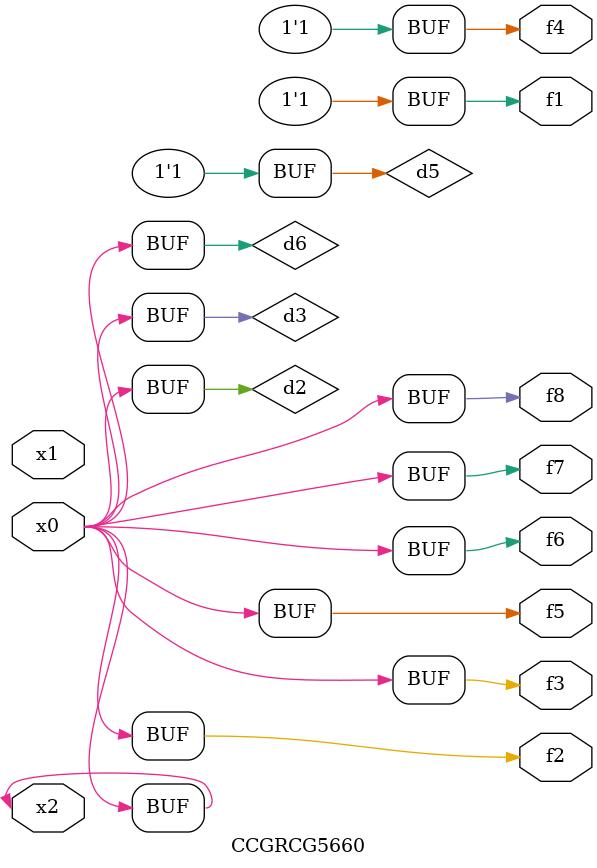
<source format=v>
module CCGRCG5660(
	input x0, x1, x2,
	output f1, f2, f3, f4, f5, f6, f7, f8
);

	wire d1, d2, d3, d4, d5, d6;

	xnor (d1, x2);
	buf (d2, x0, x2);
	and (d3, x0);
	xnor (d4, x1, x2);
	nand (d5, d1, d3);
	buf (d6, d2, d3);
	assign f1 = d5;
	assign f2 = d6;
	assign f3 = d6;
	assign f4 = d5;
	assign f5 = d6;
	assign f6 = d6;
	assign f7 = d6;
	assign f8 = d6;
endmodule

</source>
